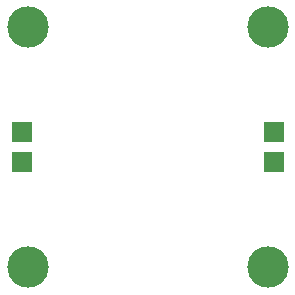
<source format=gbs>
G75*
%MOIN*%
%OFA0B0*%
%FSLAX25Y25*%
%IPPOS*%
%LPD*%
%AMOC8*
5,1,8,0,0,1.08239X$1,22.5*
%
%ADD10C,0.13800*%
%ADD11R,0.06800X0.06800*%
D10*
X0128333Y0085000D03*
X0208333Y0085000D03*
X0208333Y0165000D03*
X0128333Y0165000D03*
D11*
X0126333Y0130000D03*
X0126333Y0120000D03*
X0210333Y0120000D03*
X0210333Y0130000D03*
M02*

</source>
